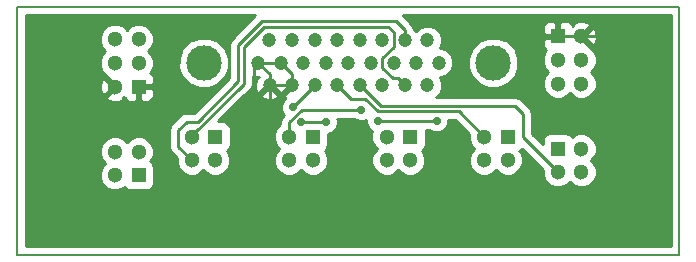
<source format=gbr>
G04 #@! TF.FileFunction,Copper,L2,Bot,Signal*
%FSLAX46Y46*%
G04 Gerber Fmt 4.6, Leading zero omitted, Abs format (unit mm)*
G04 Created by KiCad (PCBNEW no-vcs-found-product) date Wed 23 Mar 2016 01:41:40 PM EET*
%MOMM*%
G01*
G04 APERTURE LIST*
%ADD10C,0.100000*%
%ADD11C,0.150000*%
%ADD12C,1.200000*%
%ADD13C,3.000000*%
%ADD14R,1.300000X1.300000*%
%ADD15C,1.300000*%
%ADD16C,0.700000*%
%ADD17C,0.250000*%
%ADD18C,0.254000*%
G04 APERTURE END LIST*
D10*
D11*
X142750000Y-93250000D02*
X198750000Y-93250000D01*
X142750000Y-114250000D02*
X142750000Y-93250000D01*
X198750000Y-114250000D02*
X142750000Y-114250000D01*
X198750000Y-93250000D02*
X198750000Y-114250000D01*
D12*
X177453873Y-96074042D03*
X175543873Y-96074042D03*
X173633873Y-96074042D03*
X171723873Y-96074042D03*
X169813873Y-96074042D03*
X167903873Y-96074042D03*
X165993873Y-96074042D03*
X164083873Y-96074042D03*
X178413873Y-97984042D03*
X176503873Y-97984042D03*
X174593873Y-97984042D03*
X172683873Y-97984042D03*
X170773873Y-97984042D03*
X168863873Y-97984042D03*
X166953873Y-97984042D03*
X165043873Y-97984042D03*
X163133873Y-97984042D03*
X177463873Y-99894042D03*
X175553873Y-99894042D03*
X173643873Y-99894042D03*
X171733873Y-99894042D03*
X169823873Y-99894042D03*
X167913873Y-99894042D03*
X166003873Y-99894042D03*
X164093873Y-99894042D03*
D13*
X158518873Y-97984042D03*
X183028873Y-97984042D03*
D14*
X188500000Y-95750000D03*
D15*
X190500000Y-95750000D03*
X188500000Y-97750000D03*
X190500000Y-97750000D03*
X190500000Y-99750000D03*
X188500000Y-99750000D03*
D14*
X153000000Y-100000000D03*
D15*
X151000000Y-100000000D03*
X153000000Y-98000000D03*
X151000000Y-98000000D03*
X151000000Y-96000000D03*
X153000000Y-96000000D03*
D14*
X153000000Y-107500000D03*
D15*
X151000000Y-107500000D03*
X153000000Y-105500000D03*
X151000000Y-105500000D03*
D14*
X159500000Y-104250000D03*
D15*
X159500000Y-106250000D03*
X157500000Y-104250000D03*
X157500000Y-106250000D03*
D14*
X176000000Y-104250000D03*
D15*
X176000000Y-106250000D03*
X174000000Y-104250000D03*
X174000000Y-106250000D03*
D14*
X167750000Y-104250000D03*
D15*
X167750000Y-106250000D03*
X165750000Y-104250000D03*
X165750000Y-106250000D03*
D14*
X188500000Y-105250000D03*
D15*
X190500000Y-105250000D03*
X188500000Y-107250000D03*
X190500000Y-107250000D03*
D14*
X184250000Y-104250000D03*
D15*
X184250000Y-106250000D03*
X182250000Y-104250000D03*
X182250000Y-106250000D03*
D16*
X168867315Y-103005797D03*
X166750000Y-103000000D03*
X171825274Y-101950870D03*
X178257277Y-102894047D03*
X173244087Y-102893748D03*
X197000000Y-94750000D03*
X194420632Y-104100376D03*
X146000000Y-95250000D03*
X146000000Y-109500000D03*
X187750000Y-102500000D03*
X179250000Y-105500000D03*
X170750000Y-104250000D03*
X193000000Y-109500000D03*
X179250000Y-109500000D03*
X170750000Y-109500000D03*
X162750000Y-109500000D03*
X162750000Y-103500000D03*
X166057915Y-101750000D03*
D17*
X157500000Y-106250000D02*
X156378036Y-105128036D01*
X161440017Y-99558841D02*
X161440017Y-96496010D01*
X175543873Y-95225514D02*
X175543873Y-96074042D01*
X156378036Y-105128036D02*
X156378036Y-103665172D01*
X156378036Y-103665172D02*
X157072821Y-102970387D01*
X158028471Y-102970387D02*
X161440017Y-99558841D01*
X157072821Y-102970387D02*
X158028471Y-102970387D01*
X161440017Y-96496010D02*
X163455202Y-94480825D01*
X163455202Y-94480825D02*
X174799184Y-94480825D01*
X174799184Y-94480825D02*
X175543873Y-95225514D01*
X168861518Y-103000000D02*
X168867315Y-103005797D01*
X166750000Y-103000000D02*
X168861518Y-103000000D01*
X165750000Y-104250000D02*
X165750000Y-103041831D01*
X165750000Y-103041831D02*
X166840961Y-101950870D01*
X166840961Y-101950870D02*
X171401010Y-101950870D01*
X171401010Y-101950870D02*
X171825274Y-101950870D01*
X178256978Y-102893748D02*
X178257277Y-102894047D01*
X173244087Y-102893748D02*
X178256978Y-102893748D01*
X165043873Y-97984042D02*
X163133873Y-97984042D01*
X166003873Y-99894042D02*
X166003873Y-98944042D01*
X166003873Y-98944042D02*
X165043873Y-97984042D01*
X164093873Y-99894042D02*
X166003873Y-99894042D01*
X194421842Y-96671842D02*
X194421842Y-102518813D01*
X194420632Y-102520023D02*
X194420632Y-104100376D01*
X194421842Y-96671842D02*
X195078158Y-96671842D01*
X195078158Y-96671842D02*
X197000000Y-94750000D01*
X194421842Y-96671842D02*
X193500000Y-95750000D01*
X193500000Y-95750000D02*
X190500000Y-95750000D01*
X194420632Y-108079368D02*
X194420632Y-104524640D01*
X193000000Y-109500000D02*
X194420632Y-108079368D01*
X194420632Y-104524640D02*
X194420632Y-104100376D01*
X187750000Y-102500000D02*
X194403029Y-102500000D01*
X162750000Y-103500000D02*
X162750000Y-98367915D01*
X162750000Y-98367915D02*
X163133873Y-97984042D01*
X164093873Y-99894042D02*
X164093873Y-98944042D01*
X164093873Y-98944042D02*
X163133873Y-97984042D01*
X146000000Y-109500000D02*
X146000000Y-95250000D01*
X162750000Y-109500000D02*
X146000000Y-109500000D01*
X179250000Y-109500000D02*
X179250000Y-105500000D01*
X170750000Y-109500000D02*
X170750000Y-104250000D01*
X188500000Y-95750000D02*
X190500000Y-95750000D01*
X179250000Y-109500000D02*
X193000000Y-109500000D01*
X170750000Y-109500000D02*
X179250000Y-109500000D01*
X162750000Y-109500000D02*
X170750000Y-109500000D01*
X162750000Y-103500000D02*
X162750000Y-109500000D01*
X164093873Y-99894042D02*
X164093873Y-102156127D01*
X164093873Y-102156127D02*
X162750000Y-103500000D01*
X157500000Y-104250000D02*
X157500000Y-104135268D01*
X157500000Y-104135268D02*
X161892572Y-99742696D01*
X174953874Y-99294043D02*
X175553873Y-99894042D01*
X161892572Y-99742696D02*
X161892572Y-96679866D01*
X163641602Y-94930836D02*
X174119088Y-94930836D01*
X161892572Y-96679866D02*
X163641602Y-94930836D01*
X174589096Y-96619817D02*
X173639843Y-97569070D01*
X174119088Y-94930836D02*
X174589096Y-95400844D01*
X174589096Y-95400844D02*
X174589096Y-96619817D01*
X173639843Y-97569070D02*
X173639843Y-98399014D01*
X173639843Y-98399014D02*
X174534872Y-99294043D01*
X174534872Y-99294043D02*
X174953874Y-99294043D01*
X173497939Y-101658108D02*
X172333872Y-100494041D01*
X172333872Y-100494041D02*
X171733873Y-99894042D01*
X185559148Y-104309148D02*
X185559148Y-102309148D01*
X188500000Y-107250000D02*
X185559148Y-104309148D01*
X185559148Y-102309148D02*
X184908108Y-101658108D01*
X184908108Y-101658108D02*
X173497939Y-101658108D01*
X180108119Y-102108119D02*
X173305249Y-102108119D01*
X170947868Y-101018037D02*
X170423872Y-100494041D01*
X173305249Y-102108119D02*
X172215167Y-101018037D01*
X170423872Y-100494041D02*
X169823873Y-99894042D01*
X172215167Y-101018037D02*
X170947868Y-101018037D01*
X182250000Y-104250000D02*
X180108119Y-102108119D01*
X166057915Y-101750000D02*
X167313874Y-100494041D01*
X167313874Y-100494041D02*
X167913873Y-99894042D01*
D18*
G36*
X160902616Y-95958609D02*
X160737869Y-96205171D01*
X160680017Y-96496010D01*
X160680017Y-99244039D01*
X157713669Y-102210387D01*
X157072821Y-102210387D01*
X156781981Y-102268239D01*
X156535420Y-102432986D01*
X155840635Y-103127771D01*
X155675888Y-103374333D01*
X155618036Y-103665172D01*
X155618036Y-105128036D01*
X155675888Y-105418875D01*
X155840635Y-105665437D01*
X156215182Y-106039984D01*
X156214777Y-106504481D01*
X156409995Y-106976943D01*
X156771155Y-107338735D01*
X157243276Y-107534777D01*
X157754481Y-107535223D01*
X158226943Y-107340005D01*
X158500160Y-107067266D01*
X158771155Y-107338735D01*
X159243276Y-107534777D01*
X159754481Y-107535223D01*
X160226943Y-107340005D01*
X160588735Y-106978845D01*
X160784777Y-106506724D01*
X160785223Y-105995519D01*
X160590005Y-105523057D01*
X160498174Y-105431065D01*
X160607809Y-105357809D01*
X160748157Y-105147765D01*
X160797440Y-104900000D01*
X160797440Y-103600000D01*
X160748157Y-103352235D01*
X160607809Y-103142191D01*
X160397765Y-103001843D01*
X160150000Y-102952560D01*
X159757510Y-102952560D01*
X161953293Y-100756777D01*
X163410743Y-100756777D01*
X163460256Y-100982206D01*
X163924909Y-101141849D01*
X164415286Y-101111524D01*
X164727490Y-100982206D01*
X164777003Y-100756777D01*
X164093873Y-100073647D01*
X163410743Y-100756777D01*
X161953293Y-100756777D01*
X162429973Y-100280097D01*
X162594720Y-100033535D01*
X162652572Y-99742696D01*
X162652572Y-99124538D01*
X162964909Y-99231849D01*
X163202790Y-99217138D01*
X163005709Y-99260425D01*
X162846066Y-99725078D01*
X162876391Y-100215455D01*
X163005709Y-100527659D01*
X163231138Y-100577172D01*
X163914268Y-99894042D01*
X163900126Y-99879900D01*
X164079731Y-99700295D01*
X164093873Y-99714437D01*
X164108016Y-99700295D01*
X164287621Y-99879900D01*
X164273478Y-99894042D01*
X164956608Y-100577172D01*
X165048873Y-100556907D01*
X165141138Y-100577172D01*
X165824268Y-99894042D01*
X165810126Y-99879900D01*
X165989731Y-99700295D01*
X166003873Y-99714437D01*
X166018016Y-99700295D01*
X166197621Y-99879900D01*
X166183478Y-99894042D01*
X166197621Y-99908185D01*
X166018016Y-100087790D01*
X166003873Y-100073647D01*
X165320743Y-100756777D01*
X165370256Y-100982206D01*
X165416810Y-100998201D01*
X165223360Y-101191314D01*
X165073087Y-101553212D01*
X165072745Y-101945069D01*
X165222386Y-102307229D01*
X165316011Y-102401018D01*
X165212599Y-102504430D01*
X165047852Y-102750992D01*
X164990000Y-103041831D01*
X164990000Y-103192994D01*
X164661265Y-103521155D01*
X164465223Y-103993276D01*
X164464777Y-104504481D01*
X164659995Y-104976943D01*
X164932734Y-105250160D01*
X164661265Y-105521155D01*
X164465223Y-105993276D01*
X164464777Y-106504481D01*
X164659995Y-106976943D01*
X165021155Y-107338735D01*
X165493276Y-107534777D01*
X166004481Y-107535223D01*
X166476943Y-107340005D01*
X166750160Y-107067266D01*
X167021155Y-107338735D01*
X167493276Y-107534777D01*
X168004481Y-107535223D01*
X168476943Y-107340005D01*
X168838735Y-106978845D01*
X169034777Y-106506724D01*
X169035223Y-105995519D01*
X168840005Y-105523057D01*
X168748174Y-105431065D01*
X168857809Y-105357809D01*
X168998157Y-105147765D01*
X169047440Y-104900000D01*
X169047440Y-103990954D01*
X169062384Y-103990967D01*
X169424544Y-103841326D01*
X169701870Y-103564483D01*
X169852143Y-103202585D01*
X169852485Y-102810728D01*
X169811225Y-102710870D01*
X171192163Y-102710870D01*
X171266588Y-102785425D01*
X171628486Y-102935698D01*
X172020343Y-102936040D01*
X172259136Y-102837373D01*
X172258917Y-103088817D01*
X172408558Y-103450977D01*
X172685401Y-103728303D01*
X172804683Y-103777833D01*
X172715223Y-103993276D01*
X172714777Y-104504481D01*
X172909995Y-104976943D01*
X173182734Y-105250160D01*
X172911265Y-105521155D01*
X172715223Y-105993276D01*
X172714777Y-106504481D01*
X172909995Y-106976943D01*
X173271155Y-107338735D01*
X173743276Y-107534777D01*
X174254481Y-107535223D01*
X174726943Y-107340005D01*
X175000160Y-107067266D01*
X175271155Y-107338735D01*
X175743276Y-107534777D01*
X176254481Y-107535223D01*
X176726943Y-107340005D01*
X177088735Y-106978845D01*
X177284777Y-106506724D01*
X177285223Y-105995519D01*
X177090005Y-105523057D01*
X176998174Y-105431065D01*
X177107809Y-105357809D01*
X177248157Y-105147765D01*
X177297440Y-104900000D01*
X177297440Y-103653748D01*
X177623867Y-103653748D01*
X177698591Y-103728602D01*
X178060489Y-103878875D01*
X178452346Y-103879217D01*
X178814506Y-103729576D01*
X179091832Y-103452733D01*
X179242105Y-103090835D01*
X179242299Y-102868119D01*
X179793317Y-102868119D01*
X180965182Y-104039984D01*
X180964777Y-104504481D01*
X181159995Y-104976943D01*
X181432734Y-105250160D01*
X181161265Y-105521155D01*
X180965223Y-105993276D01*
X180964777Y-106504481D01*
X181159995Y-106976943D01*
X181521155Y-107338735D01*
X181993276Y-107534777D01*
X182504481Y-107535223D01*
X182976943Y-107340005D01*
X183250160Y-107067266D01*
X183521155Y-107338735D01*
X183993276Y-107534777D01*
X184504481Y-107535223D01*
X184976943Y-107340005D01*
X185338735Y-106978845D01*
X185534777Y-106506724D01*
X185535223Y-105995519D01*
X185340005Y-105523057D01*
X185248174Y-105431065D01*
X185357809Y-105357809D01*
X185427984Y-105252786D01*
X187215182Y-107039984D01*
X187214777Y-107504481D01*
X187409995Y-107976943D01*
X187771155Y-108338735D01*
X188243276Y-108534777D01*
X188754481Y-108535223D01*
X189226943Y-108340005D01*
X189500160Y-108067266D01*
X189771155Y-108338735D01*
X190243276Y-108534777D01*
X190754481Y-108535223D01*
X191226943Y-108340005D01*
X191588735Y-107978845D01*
X191784777Y-107506724D01*
X191785223Y-106995519D01*
X191590005Y-106523057D01*
X191317266Y-106249840D01*
X191588735Y-105978845D01*
X191784777Y-105506724D01*
X191785223Y-104995519D01*
X191590005Y-104523057D01*
X191228845Y-104161265D01*
X190756724Y-103965223D01*
X190245519Y-103964777D01*
X189773057Y-104159995D01*
X189681065Y-104251826D01*
X189607809Y-104142191D01*
X189397765Y-104001843D01*
X189150000Y-103952560D01*
X187850000Y-103952560D01*
X187602235Y-104001843D01*
X187392191Y-104142191D01*
X187251843Y-104352235D01*
X187202560Y-104600000D01*
X187202560Y-104877758D01*
X186319148Y-103994346D01*
X186319148Y-102309148D01*
X186261296Y-102018309D01*
X186096549Y-101771747D01*
X185445509Y-101120707D01*
X185198947Y-100955960D01*
X184908108Y-100898108D01*
X178206132Y-100898108D01*
X178510244Y-100594527D01*
X178698658Y-100140776D01*
X178699087Y-99649463D01*
X178521279Y-99219136D01*
X178658452Y-99219256D01*
X179112530Y-99031634D01*
X179460244Y-98684527D01*
X179575542Y-98406857D01*
X180893503Y-98406857D01*
X181217853Y-99191842D01*
X181817914Y-99792951D01*
X182602332Y-100118670D01*
X183451688Y-100119412D01*
X184236673Y-99795062D01*
X184837782Y-99195001D01*
X185163501Y-98410583D01*
X185163855Y-98004481D01*
X187214777Y-98004481D01*
X187409995Y-98476943D01*
X187682734Y-98750160D01*
X187411265Y-99021155D01*
X187215223Y-99493276D01*
X187214777Y-100004481D01*
X187409995Y-100476943D01*
X187771155Y-100838735D01*
X188243276Y-101034777D01*
X188754481Y-101035223D01*
X189226943Y-100840005D01*
X189500160Y-100567266D01*
X189771155Y-100838735D01*
X190243276Y-101034777D01*
X190754481Y-101035223D01*
X191226943Y-100840005D01*
X191588735Y-100478845D01*
X191784777Y-100006724D01*
X191785223Y-99495519D01*
X191590005Y-99023057D01*
X191317266Y-98749840D01*
X191588735Y-98478845D01*
X191784777Y-98006724D01*
X191785223Y-97495519D01*
X191590005Y-97023057D01*
X191228845Y-96661265D01*
X191217582Y-96656588D01*
X191219410Y-96649016D01*
X190500000Y-95929605D01*
X190485858Y-95943748D01*
X190306252Y-95764142D01*
X190320395Y-95750000D01*
X190679605Y-95750000D01*
X191399016Y-96469410D01*
X191629611Y-96413729D01*
X191797622Y-95930922D01*
X191768083Y-95420572D01*
X191629611Y-95086271D01*
X191399016Y-95030590D01*
X190679605Y-95750000D01*
X190320395Y-95750000D01*
X190306252Y-95735858D01*
X190485858Y-95556252D01*
X190500000Y-95570395D01*
X191219410Y-94850984D01*
X191163729Y-94620389D01*
X190680922Y-94452378D01*
X190170572Y-94481917D01*
X189836271Y-94620389D01*
X189780590Y-94850982D01*
X189701350Y-94771742D01*
X189688327Y-94740302D01*
X189509699Y-94561673D01*
X189276310Y-94465000D01*
X188785750Y-94465000D01*
X188627000Y-94623750D01*
X188627000Y-95623000D01*
X188647000Y-95623000D01*
X188647000Y-95877000D01*
X188627000Y-95877000D01*
X188627000Y-95897000D01*
X188373000Y-95897000D01*
X188373000Y-95877000D01*
X187373750Y-95877000D01*
X187215000Y-96035750D01*
X187215000Y-96526309D01*
X187311673Y-96759698D01*
X187490301Y-96938327D01*
X187493083Y-96939480D01*
X187411265Y-97021155D01*
X187215223Y-97493276D01*
X187214777Y-98004481D01*
X185163855Y-98004481D01*
X185164243Y-97561227D01*
X184839893Y-96776242D01*
X184239832Y-96175133D01*
X183455414Y-95849414D01*
X182606058Y-95848672D01*
X181821073Y-96173022D01*
X181219964Y-96773083D01*
X180894245Y-97557501D01*
X180893503Y-98406857D01*
X179575542Y-98406857D01*
X179648658Y-98230776D01*
X179649087Y-97739463D01*
X179461465Y-97285385D01*
X179114358Y-96937671D01*
X178660607Y-96749257D01*
X178510791Y-96749126D01*
X178688658Y-96320776D01*
X178689087Y-95829463D01*
X178501465Y-95375385D01*
X178154358Y-95027671D01*
X178024360Y-94973691D01*
X187215000Y-94973691D01*
X187215000Y-95464250D01*
X187373750Y-95623000D01*
X188373000Y-95623000D01*
X188373000Y-94623750D01*
X188214250Y-94465000D01*
X187723690Y-94465000D01*
X187490301Y-94561673D01*
X187311673Y-94740302D01*
X187215000Y-94973691D01*
X178024360Y-94973691D01*
X177700607Y-94839257D01*
X177209294Y-94838828D01*
X176755216Y-95026450D01*
X176498730Y-95282488D01*
X176269536Y-95052893D01*
X176264276Y-95026450D01*
X176246021Y-94934674D01*
X176081274Y-94688113D01*
X175353161Y-93960000D01*
X198040000Y-93960000D01*
X198040000Y-113540000D01*
X143460000Y-113540000D01*
X143460000Y-105754481D01*
X149714777Y-105754481D01*
X149909995Y-106226943D01*
X150182734Y-106500160D01*
X149911265Y-106771155D01*
X149715223Y-107243276D01*
X149714777Y-107754481D01*
X149909995Y-108226943D01*
X150271155Y-108588735D01*
X150743276Y-108784777D01*
X151254481Y-108785223D01*
X151726943Y-108590005D01*
X151818935Y-108498174D01*
X151892191Y-108607809D01*
X152102235Y-108748157D01*
X152350000Y-108797440D01*
X153650000Y-108797440D01*
X153897765Y-108748157D01*
X154107809Y-108607809D01*
X154248157Y-108397765D01*
X154297440Y-108150000D01*
X154297440Y-106850000D01*
X154248157Y-106602235D01*
X154107809Y-106392191D01*
X153998362Y-106319060D01*
X154088735Y-106228845D01*
X154284777Y-105756724D01*
X154285223Y-105245519D01*
X154090005Y-104773057D01*
X153728845Y-104411265D01*
X153256724Y-104215223D01*
X152745519Y-104214777D01*
X152273057Y-104409995D01*
X151999840Y-104682734D01*
X151728845Y-104411265D01*
X151256724Y-104215223D01*
X150745519Y-104214777D01*
X150273057Y-104409995D01*
X149911265Y-104771155D01*
X149715223Y-105243276D01*
X149714777Y-105754481D01*
X143460000Y-105754481D01*
X143460000Y-99819078D01*
X149702378Y-99819078D01*
X149731917Y-100329428D01*
X149870389Y-100663729D01*
X150100984Y-100719410D01*
X150820395Y-100000000D01*
X150100984Y-99280590D01*
X149870389Y-99336271D01*
X149702378Y-99819078D01*
X143460000Y-99819078D01*
X143460000Y-96254481D01*
X149714777Y-96254481D01*
X149909995Y-96726943D01*
X150182734Y-97000160D01*
X149911265Y-97271155D01*
X149715223Y-97743276D01*
X149714777Y-98254481D01*
X149909995Y-98726943D01*
X150271155Y-99088735D01*
X150282418Y-99093412D01*
X150280590Y-99100984D01*
X151000000Y-99820395D01*
X151014142Y-99806252D01*
X151193748Y-99985858D01*
X151179605Y-100000000D01*
X151193748Y-100014142D01*
X151014142Y-100193748D01*
X151000000Y-100179605D01*
X150280590Y-100899016D01*
X150336271Y-101129611D01*
X150819078Y-101297622D01*
X151329428Y-101268083D01*
X151663729Y-101129611D01*
X151719410Y-100899018D01*
X151798650Y-100978258D01*
X151811673Y-101009698D01*
X151990301Y-101188327D01*
X152223690Y-101285000D01*
X152714250Y-101285000D01*
X152873000Y-101126250D01*
X152873000Y-100127000D01*
X153127000Y-100127000D01*
X153127000Y-101126250D01*
X153285750Y-101285000D01*
X153776310Y-101285000D01*
X154009699Y-101188327D01*
X154188327Y-101009698D01*
X154285000Y-100776309D01*
X154285000Y-100285750D01*
X154126250Y-100127000D01*
X153127000Y-100127000D01*
X152873000Y-100127000D01*
X152853000Y-100127000D01*
X152853000Y-99873000D01*
X152873000Y-99873000D01*
X152873000Y-99853000D01*
X153127000Y-99853000D01*
X153127000Y-99873000D01*
X154126250Y-99873000D01*
X154285000Y-99714250D01*
X154285000Y-99223691D01*
X154188327Y-98990302D01*
X154009699Y-98811673D01*
X154006917Y-98810520D01*
X154088735Y-98728845D01*
X154222436Y-98406857D01*
X156383503Y-98406857D01*
X156707853Y-99191842D01*
X157307914Y-99792951D01*
X158092332Y-100118670D01*
X158941688Y-100119412D01*
X159726673Y-99795062D01*
X160327782Y-99195001D01*
X160653501Y-98410583D01*
X160654243Y-97561227D01*
X160329893Y-96776242D01*
X159729832Y-96175133D01*
X158945414Y-95849414D01*
X158096058Y-95848672D01*
X157311073Y-96173022D01*
X156709964Y-96773083D01*
X156384245Y-97557501D01*
X156383503Y-98406857D01*
X154222436Y-98406857D01*
X154284777Y-98256724D01*
X154285223Y-97745519D01*
X154090005Y-97273057D01*
X153817266Y-96999840D01*
X154088735Y-96728845D01*
X154284777Y-96256724D01*
X154285223Y-95745519D01*
X154090005Y-95273057D01*
X153728845Y-94911265D01*
X153256724Y-94715223D01*
X152745519Y-94714777D01*
X152273057Y-94909995D01*
X151999840Y-95182734D01*
X151728845Y-94911265D01*
X151256724Y-94715223D01*
X150745519Y-94714777D01*
X150273057Y-94909995D01*
X149911265Y-95271155D01*
X149715223Y-95743276D01*
X149714777Y-96254481D01*
X143460000Y-96254481D01*
X143460000Y-93960000D01*
X162901225Y-93960000D01*
X160902616Y-95958609D01*
X160902616Y-95958609D01*
G37*
X160902616Y-95958609D02*
X160737869Y-96205171D01*
X160680017Y-96496010D01*
X160680017Y-99244039D01*
X157713669Y-102210387D01*
X157072821Y-102210387D01*
X156781981Y-102268239D01*
X156535420Y-102432986D01*
X155840635Y-103127771D01*
X155675888Y-103374333D01*
X155618036Y-103665172D01*
X155618036Y-105128036D01*
X155675888Y-105418875D01*
X155840635Y-105665437D01*
X156215182Y-106039984D01*
X156214777Y-106504481D01*
X156409995Y-106976943D01*
X156771155Y-107338735D01*
X157243276Y-107534777D01*
X157754481Y-107535223D01*
X158226943Y-107340005D01*
X158500160Y-107067266D01*
X158771155Y-107338735D01*
X159243276Y-107534777D01*
X159754481Y-107535223D01*
X160226943Y-107340005D01*
X160588735Y-106978845D01*
X160784777Y-106506724D01*
X160785223Y-105995519D01*
X160590005Y-105523057D01*
X160498174Y-105431065D01*
X160607809Y-105357809D01*
X160748157Y-105147765D01*
X160797440Y-104900000D01*
X160797440Y-103600000D01*
X160748157Y-103352235D01*
X160607809Y-103142191D01*
X160397765Y-103001843D01*
X160150000Y-102952560D01*
X159757510Y-102952560D01*
X161953293Y-100756777D01*
X163410743Y-100756777D01*
X163460256Y-100982206D01*
X163924909Y-101141849D01*
X164415286Y-101111524D01*
X164727490Y-100982206D01*
X164777003Y-100756777D01*
X164093873Y-100073647D01*
X163410743Y-100756777D01*
X161953293Y-100756777D01*
X162429973Y-100280097D01*
X162594720Y-100033535D01*
X162652572Y-99742696D01*
X162652572Y-99124538D01*
X162964909Y-99231849D01*
X163202790Y-99217138D01*
X163005709Y-99260425D01*
X162846066Y-99725078D01*
X162876391Y-100215455D01*
X163005709Y-100527659D01*
X163231138Y-100577172D01*
X163914268Y-99894042D01*
X163900126Y-99879900D01*
X164079731Y-99700295D01*
X164093873Y-99714437D01*
X164108016Y-99700295D01*
X164287621Y-99879900D01*
X164273478Y-99894042D01*
X164956608Y-100577172D01*
X165048873Y-100556907D01*
X165141138Y-100577172D01*
X165824268Y-99894042D01*
X165810126Y-99879900D01*
X165989731Y-99700295D01*
X166003873Y-99714437D01*
X166018016Y-99700295D01*
X166197621Y-99879900D01*
X166183478Y-99894042D01*
X166197621Y-99908185D01*
X166018016Y-100087790D01*
X166003873Y-100073647D01*
X165320743Y-100756777D01*
X165370256Y-100982206D01*
X165416810Y-100998201D01*
X165223360Y-101191314D01*
X165073087Y-101553212D01*
X165072745Y-101945069D01*
X165222386Y-102307229D01*
X165316011Y-102401018D01*
X165212599Y-102504430D01*
X165047852Y-102750992D01*
X164990000Y-103041831D01*
X164990000Y-103192994D01*
X164661265Y-103521155D01*
X164465223Y-103993276D01*
X164464777Y-104504481D01*
X164659995Y-104976943D01*
X164932734Y-105250160D01*
X164661265Y-105521155D01*
X164465223Y-105993276D01*
X164464777Y-106504481D01*
X164659995Y-106976943D01*
X165021155Y-107338735D01*
X165493276Y-107534777D01*
X166004481Y-107535223D01*
X166476943Y-107340005D01*
X166750160Y-107067266D01*
X167021155Y-107338735D01*
X167493276Y-107534777D01*
X168004481Y-107535223D01*
X168476943Y-107340005D01*
X168838735Y-106978845D01*
X169034777Y-106506724D01*
X169035223Y-105995519D01*
X168840005Y-105523057D01*
X168748174Y-105431065D01*
X168857809Y-105357809D01*
X168998157Y-105147765D01*
X169047440Y-104900000D01*
X169047440Y-103990954D01*
X169062384Y-103990967D01*
X169424544Y-103841326D01*
X169701870Y-103564483D01*
X169852143Y-103202585D01*
X169852485Y-102810728D01*
X169811225Y-102710870D01*
X171192163Y-102710870D01*
X171266588Y-102785425D01*
X171628486Y-102935698D01*
X172020343Y-102936040D01*
X172259136Y-102837373D01*
X172258917Y-103088817D01*
X172408558Y-103450977D01*
X172685401Y-103728303D01*
X172804683Y-103777833D01*
X172715223Y-103993276D01*
X172714777Y-104504481D01*
X172909995Y-104976943D01*
X173182734Y-105250160D01*
X172911265Y-105521155D01*
X172715223Y-105993276D01*
X172714777Y-106504481D01*
X172909995Y-106976943D01*
X173271155Y-107338735D01*
X173743276Y-107534777D01*
X174254481Y-107535223D01*
X174726943Y-107340005D01*
X175000160Y-107067266D01*
X175271155Y-107338735D01*
X175743276Y-107534777D01*
X176254481Y-107535223D01*
X176726943Y-107340005D01*
X177088735Y-106978845D01*
X177284777Y-106506724D01*
X177285223Y-105995519D01*
X177090005Y-105523057D01*
X176998174Y-105431065D01*
X177107809Y-105357809D01*
X177248157Y-105147765D01*
X177297440Y-104900000D01*
X177297440Y-103653748D01*
X177623867Y-103653748D01*
X177698591Y-103728602D01*
X178060489Y-103878875D01*
X178452346Y-103879217D01*
X178814506Y-103729576D01*
X179091832Y-103452733D01*
X179242105Y-103090835D01*
X179242299Y-102868119D01*
X179793317Y-102868119D01*
X180965182Y-104039984D01*
X180964777Y-104504481D01*
X181159995Y-104976943D01*
X181432734Y-105250160D01*
X181161265Y-105521155D01*
X180965223Y-105993276D01*
X180964777Y-106504481D01*
X181159995Y-106976943D01*
X181521155Y-107338735D01*
X181993276Y-107534777D01*
X182504481Y-107535223D01*
X182976943Y-107340005D01*
X183250160Y-107067266D01*
X183521155Y-107338735D01*
X183993276Y-107534777D01*
X184504481Y-107535223D01*
X184976943Y-107340005D01*
X185338735Y-106978845D01*
X185534777Y-106506724D01*
X185535223Y-105995519D01*
X185340005Y-105523057D01*
X185248174Y-105431065D01*
X185357809Y-105357809D01*
X185427984Y-105252786D01*
X187215182Y-107039984D01*
X187214777Y-107504481D01*
X187409995Y-107976943D01*
X187771155Y-108338735D01*
X188243276Y-108534777D01*
X188754481Y-108535223D01*
X189226943Y-108340005D01*
X189500160Y-108067266D01*
X189771155Y-108338735D01*
X190243276Y-108534777D01*
X190754481Y-108535223D01*
X191226943Y-108340005D01*
X191588735Y-107978845D01*
X191784777Y-107506724D01*
X191785223Y-106995519D01*
X191590005Y-106523057D01*
X191317266Y-106249840D01*
X191588735Y-105978845D01*
X191784777Y-105506724D01*
X191785223Y-104995519D01*
X191590005Y-104523057D01*
X191228845Y-104161265D01*
X190756724Y-103965223D01*
X190245519Y-103964777D01*
X189773057Y-104159995D01*
X189681065Y-104251826D01*
X189607809Y-104142191D01*
X189397765Y-104001843D01*
X189150000Y-103952560D01*
X187850000Y-103952560D01*
X187602235Y-104001843D01*
X187392191Y-104142191D01*
X187251843Y-104352235D01*
X187202560Y-104600000D01*
X187202560Y-104877758D01*
X186319148Y-103994346D01*
X186319148Y-102309148D01*
X186261296Y-102018309D01*
X186096549Y-101771747D01*
X185445509Y-101120707D01*
X185198947Y-100955960D01*
X184908108Y-100898108D01*
X178206132Y-100898108D01*
X178510244Y-100594527D01*
X178698658Y-100140776D01*
X178699087Y-99649463D01*
X178521279Y-99219136D01*
X178658452Y-99219256D01*
X179112530Y-99031634D01*
X179460244Y-98684527D01*
X179575542Y-98406857D01*
X180893503Y-98406857D01*
X181217853Y-99191842D01*
X181817914Y-99792951D01*
X182602332Y-100118670D01*
X183451688Y-100119412D01*
X184236673Y-99795062D01*
X184837782Y-99195001D01*
X185163501Y-98410583D01*
X185163855Y-98004481D01*
X187214777Y-98004481D01*
X187409995Y-98476943D01*
X187682734Y-98750160D01*
X187411265Y-99021155D01*
X187215223Y-99493276D01*
X187214777Y-100004481D01*
X187409995Y-100476943D01*
X187771155Y-100838735D01*
X188243276Y-101034777D01*
X188754481Y-101035223D01*
X189226943Y-100840005D01*
X189500160Y-100567266D01*
X189771155Y-100838735D01*
X190243276Y-101034777D01*
X190754481Y-101035223D01*
X191226943Y-100840005D01*
X191588735Y-100478845D01*
X191784777Y-100006724D01*
X191785223Y-99495519D01*
X191590005Y-99023057D01*
X191317266Y-98749840D01*
X191588735Y-98478845D01*
X191784777Y-98006724D01*
X191785223Y-97495519D01*
X191590005Y-97023057D01*
X191228845Y-96661265D01*
X191217582Y-96656588D01*
X191219410Y-96649016D01*
X190500000Y-95929605D01*
X190485858Y-95943748D01*
X190306252Y-95764142D01*
X190320395Y-95750000D01*
X190679605Y-95750000D01*
X191399016Y-96469410D01*
X191629611Y-96413729D01*
X191797622Y-95930922D01*
X191768083Y-95420572D01*
X191629611Y-95086271D01*
X191399016Y-95030590D01*
X190679605Y-95750000D01*
X190320395Y-95750000D01*
X190306252Y-95735858D01*
X190485858Y-95556252D01*
X190500000Y-95570395D01*
X191219410Y-94850984D01*
X191163729Y-94620389D01*
X190680922Y-94452378D01*
X190170572Y-94481917D01*
X189836271Y-94620389D01*
X189780590Y-94850982D01*
X189701350Y-94771742D01*
X189688327Y-94740302D01*
X189509699Y-94561673D01*
X189276310Y-94465000D01*
X188785750Y-94465000D01*
X188627000Y-94623750D01*
X188627000Y-95623000D01*
X188647000Y-95623000D01*
X188647000Y-95877000D01*
X188627000Y-95877000D01*
X188627000Y-95897000D01*
X188373000Y-95897000D01*
X188373000Y-95877000D01*
X187373750Y-95877000D01*
X187215000Y-96035750D01*
X187215000Y-96526309D01*
X187311673Y-96759698D01*
X187490301Y-96938327D01*
X187493083Y-96939480D01*
X187411265Y-97021155D01*
X187215223Y-97493276D01*
X187214777Y-98004481D01*
X185163855Y-98004481D01*
X185164243Y-97561227D01*
X184839893Y-96776242D01*
X184239832Y-96175133D01*
X183455414Y-95849414D01*
X182606058Y-95848672D01*
X181821073Y-96173022D01*
X181219964Y-96773083D01*
X180894245Y-97557501D01*
X180893503Y-98406857D01*
X179575542Y-98406857D01*
X179648658Y-98230776D01*
X179649087Y-97739463D01*
X179461465Y-97285385D01*
X179114358Y-96937671D01*
X178660607Y-96749257D01*
X178510791Y-96749126D01*
X178688658Y-96320776D01*
X178689087Y-95829463D01*
X178501465Y-95375385D01*
X178154358Y-95027671D01*
X178024360Y-94973691D01*
X187215000Y-94973691D01*
X187215000Y-95464250D01*
X187373750Y-95623000D01*
X188373000Y-95623000D01*
X188373000Y-94623750D01*
X188214250Y-94465000D01*
X187723690Y-94465000D01*
X187490301Y-94561673D01*
X187311673Y-94740302D01*
X187215000Y-94973691D01*
X178024360Y-94973691D01*
X177700607Y-94839257D01*
X177209294Y-94838828D01*
X176755216Y-95026450D01*
X176498730Y-95282488D01*
X176269536Y-95052893D01*
X176264276Y-95026450D01*
X176246021Y-94934674D01*
X176081274Y-94688113D01*
X175353161Y-93960000D01*
X198040000Y-93960000D01*
X198040000Y-113540000D01*
X143460000Y-113540000D01*
X143460000Y-105754481D01*
X149714777Y-105754481D01*
X149909995Y-106226943D01*
X150182734Y-106500160D01*
X149911265Y-106771155D01*
X149715223Y-107243276D01*
X149714777Y-107754481D01*
X149909995Y-108226943D01*
X150271155Y-108588735D01*
X150743276Y-108784777D01*
X151254481Y-108785223D01*
X151726943Y-108590005D01*
X151818935Y-108498174D01*
X151892191Y-108607809D01*
X152102235Y-108748157D01*
X152350000Y-108797440D01*
X153650000Y-108797440D01*
X153897765Y-108748157D01*
X154107809Y-108607809D01*
X154248157Y-108397765D01*
X154297440Y-108150000D01*
X154297440Y-106850000D01*
X154248157Y-106602235D01*
X154107809Y-106392191D01*
X153998362Y-106319060D01*
X154088735Y-106228845D01*
X154284777Y-105756724D01*
X154285223Y-105245519D01*
X154090005Y-104773057D01*
X153728845Y-104411265D01*
X153256724Y-104215223D01*
X152745519Y-104214777D01*
X152273057Y-104409995D01*
X151999840Y-104682734D01*
X151728845Y-104411265D01*
X151256724Y-104215223D01*
X150745519Y-104214777D01*
X150273057Y-104409995D01*
X149911265Y-104771155D01*
X149715223Y-105243276D01*
X149714777Y-105754481D01*
X143460000Y-105754481D01*
X143460000Y-99819078D01*
X149702378Y-99819078D01*
X149731917Y-100329428D01*
X149870389Y-100663729D01*
X150100984Y-100719410D01*
X150820395Y-100000000D01*
X150100984Y-99280590D01*
X149870389Y-99336271D01*
X149702378Y-99819078D01*
X143460000Y-99819078D01*
X143460000Y-96254481D01*
X149714777Y-96254481D01*
X149909995Y-96726943D01*
X150182734Y-97000160D01*
X149911265Y-97271155D01*
X149715223Y-97743276D01*
X149714777Y-98254481D01*
X149909995Y-98726943D01*
X150271155Y-99088735D01*
X150282418Y-99093412D01*
X150280590Y-99100984D01*
X151000000Y-99820395D01*
X151014142Y-99806252D01*
X151193748Y-99985858D01*
X151179605Y-100000000D01*
X151193748Y-100014142D01*
X151014142Y-100193748D01*
X151000000Y-100179605D01*
X150280590Y-100899016D01*
X150336271Y-101129611D01*
X150819078Y-101297622D01*
X151329428Y-101268083D01*
X151663729Y-101129611D01*
X151719410Y-100899018D01*
X151798650Y-100978258D01*
X151811673Y-101009698D01*
X151990301Y-101188327D01*
X152223690Y-101285000D01*
X152714250Y-101285000D01*
X152873000Y-101126250D01*
X152873000Y-100127000D01*
X153127000Y-100127000D01*
X153127000Y-101126250D01*
X153285750Y-101285000D01*
X153776310Y-101285000D01*
X154009699Y-101188327D01*
X154188327Y-101009698D01*
X154285000Y-100776309D01*
X154285000Y-100285750D01*
X154126250Y-100127000D01*
X153127000Y-100127000D01*
X152873000Y-100127000D01*
X152853000Y-100127000D01*
X152853000Y-99873000D01*
X152873000Y-99873000D01*
X152873000Y-99853000D01*
X153127000Y-99853000D01*
X153127000Y-99873000D01*
X154126250Y-99873000D01*
X154285000Y-99714250D01*
X154285000Y-99223691D01*
X154188327Y-98990302D01*
X154009699Y-98811673D01*
X154006917Y-98810520D01*
X154088735Y-98728845D01*
X154222436Y-98406857D01*
X156383503Y-98406857D01*
X156707853Y-99191842D01*
X157307914Y-99792951D01*
X158092332Y-100118670D01*
X158941688Y-100119412D01*
X159726673Y-99795062D01*
X160327782Y-99195001D01*
X160653501Y-98410583D01*
X160654243Y-97561227D01*
X160329893Y-96776242D01*
X159729832Y-96175133D01*
X158945414Y-95849414D01*
X158096058Y-95848672D01*
X157311073Y-96173022D01*
X156709964Y-96773083D01*
X156384245Y-97557501D01*
X156383503Y-98406857D01*
X154222436Y-98406857D01*
X154284777Y-98256724D01*
X154285223Y-97745519D01*
X154090005Y-97273057D01*
X153817266Y-96999840D01*
X154088735Y-96728845D01*
X154284777Y-96256724D01*
X154285223Y-95745519D01*
X154090005Y-95273057D01*
X153728845Y-94911265D01*
X153256724Y-94715223D01*
X152745519Y-94714777D01*
X152273057Y-94909995D01*
X151999840Y-95182734D01*
X151728845Y-94911265D01*
X151256724Y-94715223D01*
X150745519Y-94714777D01*
X150273057Y-94909995D01*
X149911265Y-95271155D01*
X149715223Y-95743276D01*
X149714777Y-96254481D01*
X143460000Y-96254481D01*
X143460000Y-93960000D01*
X162901225Y-93960000D01*
X160902616Y-95958609D01*
G36*
X165237621Y-97969900D02*
X165223478Y-97984042D01*
X165237621Y-97998185D01*
X165058016Y-98177790D01*
X165043873Y-98163647D01*
X165029731Y-98177790D01*
X164850126Y-97998185D01*
X164864268Y-97984042D01*
X164850126Y-97969900D01*
X165029731Y-97790295D01*
X165043873Y-97804437D01*
X165058016Y-97790295D01*
X165237621Y-97969900D01*
X165237621Y-97969900D01*
G37*
X165237621Y-97969900D02*
X165223478Y-97984042D01*
X165237621Y-97998185D01*
X165058016Y-98177790D01*
X165043873Y-98163647D01*
X165029731Y-98177790D01*
X164850126Y-97998185D01*
X164864268Y-97984042D01*
X164850126Y-97969900D01*
X165029731Y-97790295D01*
X165043873Y-97804437D01*
X165058016Y-97790295D01*
X165237621Y-97969900D01*
G36*
X163327621Y-97969900D02*
X163313478Y-97984042D01*
X163327621Y-97998185D01*
X163148016Y-98177790D01*
X163133873Y-98163647D01*
X163119731Y-98177790D01*
X162940126Y-97998185D01*
X162954268Y-97984042D01*
X162940126Y-97969900D01*
X163119731Y-97790295D01*
X163133873Y-97804437D01*
X163148016Y-97790295D01*
X163327621Y-97969900D01*
X163327621Y-97969900D01*
G37*
X163327621Y-97969900D02*
X163313478Y-97984042D01*
X163327621Y-97998185D01*
X163148016Y-98177790D01*
X163133873Y-98163647D01*
X163119731Y-98177790D01*
X162940126Y-97998185D01*
X162954268Y-97984042D01*
X162940126Y-97969900D01*
X163119731Y-97790295D01*
X163133873Y-97804437D01*
X163148016Y-97790295D01*
X163327621Y-97969900D01*
M02*

</source>
